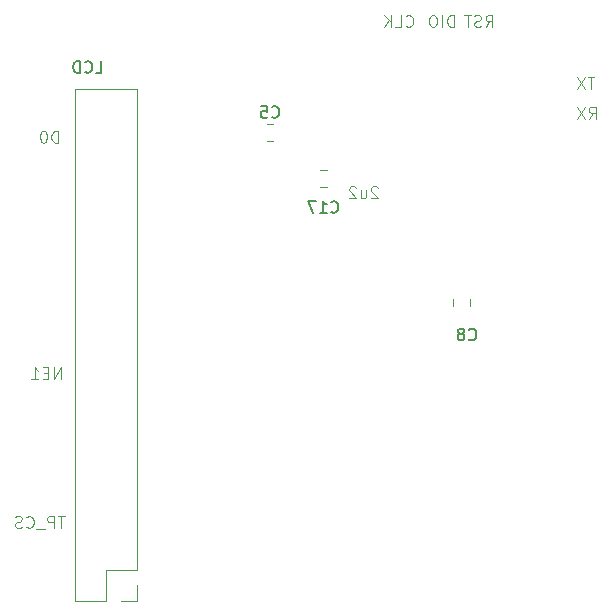
<source format=gbr>
%TF.GenerationSoftware,KiCad,Pcbnew,9.0.0*%
%TF.CreationDate,2025-03-28T00:35:08-07:00*%
%TF.ProjectId,stm32f429vit6_v1,73746d33-3266-4343-9239-766974365f76,rev?*%
%TF.SameCoordinates,Original*%
%TF.FileFunction,Legend,Bot*%
%TF.FilePolarity,Positive*%
%FSLAX46Y46*%
G04 Gerber Fmt 4.6, Leading zero omitted, Abs format (unit mm)*
G04 Created by KiCad (PCBNEW 9.0.0) date 2025-03-28 00:35:08*
%MOMM*%
%LPD*%
G01*
G04 APERTURE LIST*
%ADD10C,0.100000*%
%ADD11C,0.200000*%
%ADD12C,0.150000*%
%ADD13C,0.120000*%
G04 APERTURE END LIST*
D10*
X158238972Y-98772419D02*
X157667544Y-98772419D01*
X157953258Y-99772419D02*
X157953258Y-98772419D01*
X157334210Y-99772419D02*
X157334210Y-98772419D01*
X157334210Y-98772419D02*
X156953258Y-98772419D01*
X156953258Y-98772419D02*
X156858020Y-98820038D01*
X156858020Y-98820038D02*
X156810401Y-98867657D01*
X156810401Y-98867657D02*
X156762782Y-98962895D01*
X156762782Y-98962895D02*
X156762782Y-99105752D01*
X156762782Y-99105752D02*
X156810401Y-99200990D01*
X156810401Y-99200990D02*
X156858020Y-99248609D01*
X156858020Y-99248609D02*
X156953258Y-99296228D01*
X156953258Y-99296228D02*
X157334210Y-99296228D01*
X156572306Y-99867657D02*
X155810401Y-99867657D01*
X155000877Y-99677180D02*
X155048496Y-99724800D01*
X155048496Y-99724800D02*
X155191353Y-99772419D01*
X155191353Y-99772419D02*
X155286591Y-99772419D01*
X155286591Y-99772419D02*
X155429448Y-99724800D01*
X155429448Y-99724800D02*
X155524686Y-99629561D01*
X155524686Y-99629561D02*
X155572305Y-99534323D01*
X155572305Y-99534323D02*
X155619924Y-99343847D01*
X155619924Y-99343847D02*
X155619924Y-99200990D01*
X155619924Y-99200990D02*
X155572305Y-99010514D01*
X155572305Y-99010514D02*
X155524686Y-98915276D01*
X155524686Y-98915276D02*
X155429448Y-98820038D01*
X155429448Y-98820038D02*
X155286591Y-98772419D01*
X155286591Y-98772419D02*
X155191353Y-98772419D01*
X155191353Y-98772419D02*
X155048496Y-98820038D01*
X155048496Y-98820038D02*
X155000877Y-98867657D01*
X154619924Y-99724800D02*
X154477067Y-99772419D01*
X154477067Y-99772419D02*
X154238972Y-99772419D01*
X154238972Y-99772419D02*
X154143734Y-99724800D01*
X154143734Y-99724800D02*
X154096115Y-99677180D01*
X154096115Y-99677180D02*
X154048496Y-99581942D01*
X154048496Y-99581942D02*
X154048496Y-99486704D01*
X154048496Y-99486704D02*
X154096115Y-99391466D01*
X154096115Y-99391466D02*
X154143734Y-99343847D01*
X154143734Y-99343847D02*
X154238972Y-99296228D01*
X154238972Y-99296228D02*
X154429448Y-99248609D01*
X154429448Y-99248609D02*
X154524686Y-99200990D01*
X154524686Y-99200990D02*
X154572305Y-99153371D01*
X154572305Y-99153371D02*
X154619924Y-99058133D01*
X154619924Y-99058133D02*
X154619924Y-98962895D01*
X154619924Y-98962895D02*
X154572305Y-98867657D01*
X154572305Y-98867657D02*
X154524686Y-98820038D01*
X154524686Y-98820038D02*
X154429448Y-98772419D01*
X154429448Y-98772419D02*
X154191353Y-98772419D01*
X154191353Y-98772419D02*
X154048496Y-98820038D01*
X203088972Y-61622419D02*
X202517544Y-61622419D01*
X202803258Y-62622419D02*
X202803258Y-61622419D01*
X202279448Y-61622419D02*
X201612782Y-62622419D01*
X201612782Y-61622419D02*
X202279448Y-62622419D01*
X157696115Y-67172419D02*
X157696115Y-66172419D01*
X157696115Y-66172419D02*
X157458020Y-66172419D01*
X157458020Y-66172419D02*
X157315163Y-66220038D01*
X157315163Y-66220038D02*
X157219925Y-66315276D01*
X157219925Y-66315276D02*
X157172306Y-66410514D01*
X157172306Y-66410514D02*
X157124687Y-66600990D01*
X157124687Y-66600990D02*
X157124687Y-66743847D01*
X157124687Y-66743847D02*
X157172306Y-66934323D01*
X157172306Y-66934323D02*
X157219925Y-67029561D01*
X157219925Y-67029561D02*
X157315163Y-67124800D01*
X157315163Y-67124800D02*
X157458020Y-67172419D01*
X157458020Y-67172419D02*
X157696115Y-67172419D01*
X156505639Y-66172419D02*
X156410401Y-66172419D01*
X156410401Y-66172419D02*
X156315163Y-66220038D01*
X156315163Y-66220038D02*
X156267544Y-66267657D01*
X156267544Y-66267657D02*
X156219925Y-66362895D01*
X156219925Y-66362895D02*
X156172306Y-66553371D01*
X156172306Y-66553371D02*
X156172306Y-66791466D01*
X156172306Y-66791466D02*
X156219925Y-66981942D01*
X156219925Y-66981942D02*
X156267544Y-67077180D01*
X156267544Y-67077180D02*
X156315163Y-67124800D01*
X156315163Y-67124800D02*
X156410401Y-67172419D01*
X156410401Y-67172419D02*
X156505639Y-67172419D01*
X156505639Y-67172419D02*
X156600877Y-67124800D01*
X156600877Y-67124800D02*
X156648496Y-67077180D01*
X156648496Y-67077180D02*
X156696115Y-66981942D01*
X156696115Y-66981942D02*
X156743734Y-66791466D01*
X156743734Y-66791466D02*
X156743734Y-66553371D01*
X156743734Y-66553371D02*
X156696115Y-66362895D01*
X156696115Y-66362895D02*
X156648496Y-66267657D01*
X156648496Y-66267657D02*
X156600877Y-66220038D01*
X156600877Y-66220038D02*
X156505639Y-66172419D01*
X193874687Y-57372419D02*
X194208020Y-56896228D01*
X194446115Y-57372419D02*
X194446115Y-56372419D01*
X194446115Y-56372419D02*
X194065163Y-56372419D01*
X194065163Y-56372419D02*
X193969925Y-56420038D01*
X193969925Y-56420038D02*
X193922306Y-56467657D01*
X193922306Y-56467657D02*
X193874687Y-56562895D01*
X193874687Y-56562895D02*
X193874687Y-56705752D01*
X193874687Y-56705752D02*
X193922306Y-56800990D01*
X193922306Y-56800990D02*
X193969925Y-56848609D01*
X193969925Y-56848609D02*
X194065163Y-56896228D01*
X194065163Y-56896228D02*
X194446115Y-56896228D01*
X193493734Y-57324800D02*
X193350877Y-57372419D01*
X193350877Y-57372419D02*
X193112782Y-57372419D01*
X193112782Y-57372419D02*
X193017544Y-57324800D01*
X193017544Y-57324800D02*
X192969925Y-57277180D01*
X192969925Y-57277180D02*
X192922306Y-57181942D01*
X192922306Y-57181942D02*
X192922306Y-57086704D01*
X192922306Y-57086704D02*
X192969925Y-56991466D01*
X192969925Y-56991466D02*
X193017544Y-56943847D01*
X193017544Y-56943847D02*
X193112782Y-56896228D01*
X193112782Y-56896228D02*
X193303258Y-56848609D01*
X193303258Y-56848609D02*
X193398496Y-56800990D01*
X193398496Y-56800990D02*
X193446115Y-56753371D01*
X193446115Y-56753371D02*
X193493734Y-56658133D01*
X193493734Y-56658133D02*
X193493734Y-56562895D01*
X193493734Y-56562895D02*
X193446115Y-56467657D01*
X193446115Y-56467657D02*
X193398496Y-56420038D01*
X193398496Y-56420038D02*
X193303258Y-56372419D01*
X193303258Y-56372419D02*
X193065163Y-56372419D01*
X193065163Y-56372419D02*
X192922306Y-56420038D01*
X192636591Y-56372419D02*
X192065163Y-56372419D01*
X192350877Y-57372419D02*
X192350877Y-56372419D01*
X202624687Y-65122419D02*
X202958020Y-64646228D01*
X203196115Y-65122419D02*
X203196115Y-64122419D01*
X203196115Y-64122419D02*
X202815163Y-64122419D01*
X202815163Y-64122419D02*
X202719925Y-64170038D01*
X202719925Y-64170038D02*
X202672306Y-64217657D01*
X202672306Y-64217657D02*
X202624687Y-64312895D01*
X202624687Y-64312895D02*
X202624687Y-64455752D01*
X202624687Y-64455752D02*
X202672306Y-64550990D01*
X202672306Y-64550990D02*
X202719925Y-64598609D01*
X202719925Y-64598609D02*
X202815163Y-64646228D01*
X202815163Y-64646228D02*
X203196115Y-64646228D01*
X202291353Y-64122419D02*
X201624687Y-65122419D01*
X201624687Y-64122419D02*
X202291353Y-65122419D01*
D11*
X160864136Y-61267219D02*
X161340326Y-61267219D01*
X161340326Y-61267219D02*
X161340326Y-60267219D01*
X159959374Y-61171980D02*
X160006993Y-61219600D01*
X160006993Y-61219600D02*
X160149850Y-61267219D01*
X160149850Y-61267219D02*
X160245088Y-61267219D01*
X160245088Y-61267219D02*
X160387945Y-61219600D01*
X160387945Y-61219600D02*
X160483183Y-61124361D01*
X160483183Y-61124361D02*
X160530802Y-61029123D01*
X160530802Y-61029123D02*
X160578421Y-60838647D01*
X160578421Y-60838647D02*
X160578421Y-60695790D01*
X160578421Y-60695790D02*
X160530802Y-60505314D01*
X160530802Y-60505314D02*
X160483183Y-60410076D01*
X160483183Y-60410076D02*
X160387945Y-60314838D01*
X160387945Y-60314838D02*
X160245088Y-60267219D01*
X160245088Y-60267219D02*
X160149850Y-60267219D01*
X160149850Y-60267219D02*
X160006993Y-60314838D01*
X160006993Y-60314838D02*
X159959374Y-60362457D01*
X159530802Y-61267219D02*
X159530802Y-60267219D01*
X159530802Y-60267219D02*
X159292707Y-60267219D01*
X159292707Y-60267219D02*
X159149850Y-60314838D01*
X159149850Y-60314838D02*
X159054612Y-60410076D01*
X159054612Y-60410076D02*
X159006993Y-60505314D01*
X159006993Y-60505314D02*
X158959374Y-60695790D01*
X158959374Y-60695790D02*
X158959374Y-60838647D01*
X158959374Y-60838647D02*
X159006993Y-61029123D01*
X159006993Y-61029123D02*
X159054612Y-61124361D01*
X159054612Y-61124361D02*
X159149850Y-61219600D01*
X159149850Y-61219600D02*
X159292707Y-61267219D01*
X159292707Y-61267219D02*
X159530802Y-61267219D01*
D10*
X191196115Y-57372419D02*
X191196115Y-56372419D01*
X191196115Y-56372419D02*
X190958020Y-56372419D01*
X190958020Y-56372419D02*
X190815163Y-56420038D01*
X190815163Y-56420038D02*
X190719925Y-56515276D01*
X190719925Y-56515276D02*
X190672306Y-56610514D01*
X190672306Y-56610514D02*
X190624687Y-56800990D01*
X190624687Y-56800990D02*
X190624687Y-56943847D01*
X190624687Y-56943847D02*
X190672306Y-57134323D01*
X190672306Y-57134323D02*
X190719925Y-57229561D01*
X190719925Y-57229561D02*
X190815163Y-57324800D01*
X190815163Y-57324800D02*
X190958020Y-57372419D01*
X190958020Y-57372419D02*
X191196115Y-57372419D01*
X190196115Y-57372419D02*
X190196115Y-56372419D01*
X189529449Y-56372419D02*
X189338973Y-56372419D01*
X189338973Y-56372419D02*
X189243735Y-56420038D01*
X189243735Y-56420038D02*
X189148497Y-56515276D01*
X189148497Y-56515276D02*
X189100878Y-56705752D01*
X189100878Y-56705752D02*
X189100878Y-57039085D01*
X189100878Y-57039085D02*
X189148497Y-57229561D01*
X189148497Y-57229561D02*
X189243735Y-57324800D01*
X189243735Y-57324800D02*
X189338973Y-57372419D01*
X189338973Y-57372419D02*
X189529449Y-57372419D01*
X189529449Y-57372419D02*
X189624687Y-57324800D01*
X189624687Y-57324800D02*
X189719925Y-57229561D01*
X189719925Y-57229561D02*
X189767544Y-57039085D01*
X189767544Y-57039085D02*
X189767544Y-56705752D01*
X189767544Y-56705752D02*
X189719925Y-56515276D01*
X189719925Y-56515276D02*
X189624687Y-56420038D01*
X189624687Y-56420038D02*
X189529449Y-56372419D01*
X187124687Y-57277180D02*
X187172306Y-57324800D01*
X187172306Y-57324800D02*
X187315163Y-57372419D01*
X187315163Y-57372419D02*
X187410401Y-57372419D01*
X187410401Y-57372419D02*
X187553258Y-57324800D01*
X187553258Y-57324800D02*
X187648496Y-57229561D01*
X187648496Y-57229561D02*
X187696115Y-57134323D01*
X187696115Y-57134323D02*
X187743734Y-56943847D01*
X187743734Y-56943847D02*
X187743734Y-56800990D01*
X187743734Y-56800990D02*
X187696115Y-56610514D01*
X187696115Y-56610514D02*
X187648496Y-56515276D01*
X187648496Y-56515276D02*
X187553258Y-56420038D01*
X187553258Y-56420038D02*
X187410401Y-56372419D01*
X187410401Y-56372419D02*
X187315163Y-56372419D01*
X187315163Y-56372419D02*
X187172306Y-56420038D01*
X187172306Y-56420038D02*
X187124687Y-56467657D01*
X186219925Y-57372419D02*
X186696115Y-57372419D01*
X186696115Y-57372419D02*
X186696115Y-56372419D01*
X185886591Y-57372419D02*
X185886591Y-56372419D01*
X185315163Y-57372419D02*
X185743734Y-56800990D01*
X185315163Y-56372419D02*
X185886591Y-56943847D01*
X157896115Y-87172419D02*
X157896115Y-86172419D01*
X157896115Y-86172419D02*
X157324687Y-87172419D01*
X157324687Y-87172419D02*
X157324687Y-86172419D01*
X156848496Y-86648609D02*
X156515163Y-86648609D01*
X156372306Y-87172419D02*
X156848496Y-87172419D01*
X156848496Y-87172419D02*
X156848496Y-86172419D01*
X156848496Y-86172419D02*
X156372306Y-86172419D01*
X155419925Y-87172419D02*
X155991353Y-87172419D01*
X155705639Y-87172419D02*
X155705639Y-86172419D01*
X155705639Y-86172419D02*
X155800877Y-86315276D01*
X155800877Y-86315276D02*
X155896115Y-86410514D01*
X155896115Y-86410514D02*
X155991353Y-86458133D01*
X184743734Y-70967657D02*
X184696115Y-70920038D01*
X184696115Y-70920038D02*
X184600877Y-70872419D01*
X184600877Y-70872419D02*
X184362782Y-70872419D01*
X184362782Y-70872419D02*
X184267544Y-70920038D01*
X184267544Y-70920038D02*
X184219925Y-70967657D01*
X184219925Y-70967657D02*
X184172306Y-71062895D01*
X184172306Y-71062895D02*
X184172306Y-71158133D01*
X184172306Y-71158133D02*
X184219925Y-71300990D01*
X184219925Y-71300990D02*
X184791353Y-71872419D01*
X184791353Y-71872419D02*
X184172306Y-71872419D01*
X183315163Y-71205752D02*
X183315163Y-71872419D01*
X183743734Y-71205752D02*
X183743734Y-71729561D01*
X183743734Y-71729561D02*
X183696115Y-71824800D01*
X183696115Y-71824800D02*
X183600877Y-71872419D01*
X183600877Y-71872419D02*
X183458020Y-71872419D01*
X183458020Y-71872419D02*
X183362782Y-71824800D01*
X183362782Y-71824800D02*
X183315163Y-71777180D01*
X182886591Y-70967657D02*
X182838972Y-70920038D01*
X182838972Y-70920038D02*
X182743734Y-70872419D01*
X182743734Y-70872419D02*
X182505639Y-70872419D01*
X182505639Y-70872419D02*
X182410401Y-70920038D01*
X182410401Y-70920038D02*
X182362782Y-70967657D01*
X182362782Y-70967657D02*
X182315163Y-71062895D01*
X182315163Y-71062895D02*
X182315163Y-71158133D01*
X182315163Y-71158133D02*
X182362782Y-71300990D01*
X182362782Y-71300990D02*
X182934210Y-71872419D01*
X182934210Y-71872419D02*
X182315163Y-71872419D01*
D12*
X175779166Y-64979580D02*
X175826785Y-65027200D01*
X175826785Y-65027200D02*
X175969642Y-65074819D01*
X175969642Y-65074819D02*
X176064880Y-65074819D01*
X176064880Y-65074819D02*
X176207737Y-65027200D01*
X176207737Y-65027200D02*
X176302975Y-64931961D01*
X176302975Y-64931961D02*
X176350594Y-64836723D01*
X176350594Y-64836723D02*
X176398213Y-64646247D01*
X176398213Y-64646247D02*
X176398213Y-64503390D01*
X176398213Y-64503390D02*
X176350594Y-64312914D01*
X176350594Y-64312914D02*
X176302975Y-64217676D01*
X176302975Y-64217676D02*
X176207737Y-64122438D01*
X176207737Y-64122438D02*
X176064880Y-64074819D01*
X176064880Y-64074819D02*
X175969642Y-64074819D01*
X175969642Y-64074819D02*
X175826785Y-64122438D01*
X175826785Y-64122438D02*
X175779166Y-64170057D01*
X174874404Y-64074819D02*
X175350594Y-64074819D01*
X175350594Y-64074819D02*
X175398213Y-64551009D01*
X175398213Y-64551009D02*
X175350594Y-64503390D01*
X175350594Y-64503390D02*
X175255356Y-64455771D01*
X175255356Y-64455771D02*
X175017261Y-64455771D01*
X175017261Y-64455771D02*
X174922023Y-64503390D01*
X174922023Y-64503390D02*
X174874404Y-64551009D01*
X174874404Y-64551009D02*
X174826785Y-64646247D01*
X174826785Y-64646247D02*
X174826785Y-64884342D01*
X174826785Y-64884342D02*
X174874404Y-64979580D01*
X174874404Y-64979580D02*
X174922023Y-65027200D01*
X174922023Y-65027200D02*
X175017261Y-65074819D01*
X175017261Y-65074819D02*
X175255356Y-65074819D01*
X175255356Y-65074819D02*
X175350594Y-65027200D01*
X175350594Y-65027200D02*
X175398213Y-64979580D01*
X192466666Y-83809580D02*
X192514285Y-83857200D01*
X192514285Y-83857200D02*
X192657142Y-83904819D01*
X192657142Y-83904819D02*
X192752380Y-83904819D01*
X192752380Y-83904819D02*
X192895237Y-83857200D01*
X192895237Y-83857200D02*
X192990475Y-83761961D01*
X192990475Y-83761961D02*
X193038094Y-83666723D01*
X193038094Y-83666723D02*
X193085713Y-83476247D01*
X193085713Y-83476247D02*
X193085713Y-83333390D01*
X193085713Y-83333390D02*
X193038094Y-83142914D01*
X193038094Y-83142914D02*
X192990475Y-83047676D01*
X192990475Y-83047676D02*
X192895237Y-82952438D01*
X192895237Y-82952438D02*
X192752380Y-82904819D01*
X192752380Y-82904819D02*
X192657142Y-82904819D01*
X192657142Y-82904819D02*
X192514285Y-82952438D01*
X192514285Y-82952438D02*
X192466666Y-83000057D01*
X191895237Y-83333390D02*
X191990475Y-83285771D01*
X191990475Y-83285771D02*
X192038094Y-83238152D01*
X192038094Y-83238152D02*
X192085713Y-83142914D01*
X192085713Y-83142914D02*
X192085713Y-83095295D01*
X192085713Y-83095295D02*
X192038094Y-83000057D01*
X192038094Y-83000057D02*
X191990475Y-82952438D01*
X191990475Y-82952438D02*
X191895237Y-82904819D01*
X191895237Y-82904819D02*
X191704761Y-82904819D01*
X191704761Y-82904819D02*
X191609523Y-82952438D01*
X191609523Y-82952438D02*
X191561904Y-83000057D01*
X191561904Y-83000057D02*
X191514285Y-83095295D01*
X191514285Y-83095295D02*
X191514285Y-83142914D01*
X191514285Y-83142914D02*
X191561904Y-83238152D01*
X191561904Y-83238152D02*
X191609523Y-83285771D01*
X191609523Y-83285771D02*
X191704761Y-83333390D01*
X191704761Y-83333390D02*
X191895237Y-83333390D01*
X191895237Y-83333390D02*
X191990475Y-83381009D01*
X191990475Y-83381009D02*
X192038094Y-83428628D01*
X192038094Y-83428628D02*
X192085713Y-83523866D01*
X192085713Y-83523866D02*
X192085713Y-83714342D01*
X192085713Y-83714342D02*
X192038094Y-83809580D01*
X192038094Y-83809580D02*
X191990475Y-83857200D01*
X191990475Y-83857200D02*
X191895237Y-83904819D01*
X191895237Y-83904819D02*
X191704761Y-83904819D01*
X191704761Y-83904819D02*
X191609523Y-83857200D01*
X191609523Y-83857200D02*
X191561904Y-83809580D01*
X191561904Y-83809580D02*
X191514285Y-83714342D01*
X191514285Y-83714342D02*
X191514285Y-83523866D01*
X191514285Y-83523866D02*
X191561904Y-83428628D01*
X191561904Y-83428628D02*
X191609523Y-83381009D01*
X191609523Y-83381009D02*
X191704761Y-83333390D01*
X180792857Y-73009580D02*
X180840476Y-73057200D01*
X180840476Y-73057200D02*
X180983333Y-73104819D01*
X180983333Y-73104819D02*
X181078571Y-73104819D01*
X181078571Y-73104819D02*
X181221428Y-73057200D01*
X181221428Y-73057200D02*
X181316666Y-72961961D01*
X181316666Y-72961961D02*
X181364285Y-72866723D01*
X181364285Y-72866723D02*
X181411904Y-72676247D01*
X181411904Y-72676247D02*
X181411904Y-72533390D01*
X181411904Y-72533390D02*
X181364285Y-72342914D01*
X181364285Y-72342914D02*
X181316666Y-72247676D01*
X181316666Y-72247676D02*
X181221428Y-72152438D01*
X181221428Y-72152438D02*
X181078571Y-72104819D01*
X181078571Y-72104819D02*
X180983333Y-72104819D01*
X180983333Y-72104819D02*
X180840476Y-72152438D01*
X180840476Y-72152438D02*
X180792857Y-72200057D01*
X179840476Y-73104819D02*
X180411904Y-73104819D01*
X180126190Y-73104819D02*
X180126190Y-72104819D01*
X180126190Y-72104819D02*
X180221428Y-72247676D01*
X180221428Y-72247676D02*
X180316666Y-72342914D01*
X180316666Y-72342914D02*
X180411904Y-72390533D01*
X179507142Y-72104819D02*
X178840476Y-72104819D01*
X178840476Y-72104819D02*
X179269047Y-73104819D01*
D13*
%TO.C,J6*%
X159130000Y-62640000D02*
X164330000Y-62640000D01*
X159130000Y-105940000D02*
X159130000Y-62640000D01*
X159130000Y-105940000D02*
X161730000Y-105940000D01*
X161730000Y-103340000D02*
X164330000Y-103340000D01*
X161730000Y-105940000D02*
X161730000Y-103340000D01*
X163000000Y-105940000D02*
X164330000Y-105940000D01*
X164330000Y-103340000D02*
X164330000Y-62640000D01*
X164330000Y-105940000D02*
X164330000Y-104610000D01*
%TO.C,C5*%
X175873752Y-65565000D02*
X175351248Y-65565000D01*
X175873752Y-67035000D02*
X175351248Y-67035000D01*
%TO.C,C8*%
X192585000Y-80961252D02*
X192585000Y-80438748D01*
X191115000Y-80961252D02*
X191115000Y-80438748D01*
%TO.C,C17*%
X179888748Y-70935000D02*
X180411252Y-70935000D01*
X179888748Y-69465000D02*
X180411252Y-69465000D01*
%TD*%
M02*

</source>
